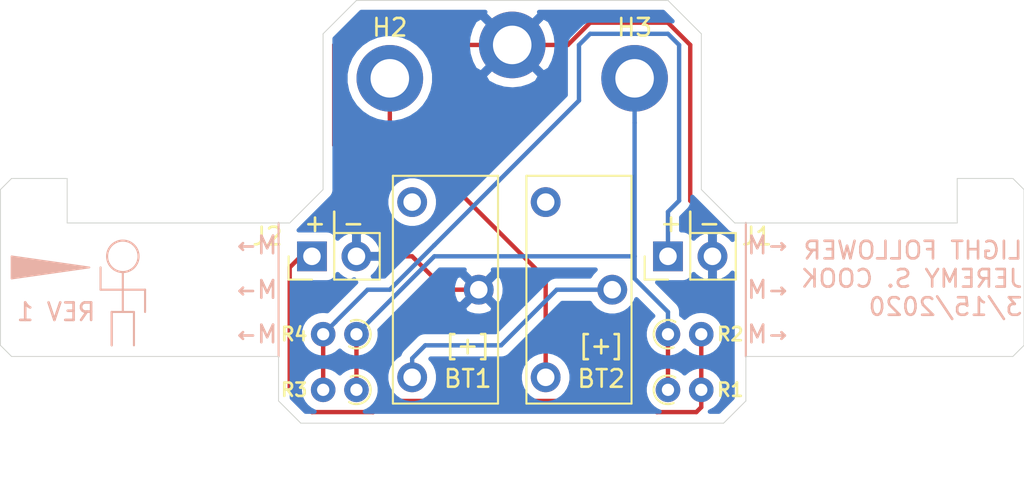
<source format=kicad_pcb>
(kicad_pcb (version 20171130) (host pcbnew "(5.1.2)-1")

  (general
    (thickness 1.6)
    (drawings 48)
    (tracks 62)
    (zones 0)
    (modules 11)
    (nets 7)
  )

  (page A4)
  (layers
    (0 F.Cu signal)
    (31 B.Cu signal)
    (32 B.Adhes user hide)
    (33 F.Adhes user hide)
    (34 B.Paste user hide)
    (35 F.Paste user hide)
    (36 B.SilkS user)
    (37 F.SilkS user)
    (38 B.Mask user)
    (39 F.Mask user)
    (40 Dwgs.User user)
    (41 Cmts.User user)
    (42 Eco1.User user)
    (43 Eco2.User user)
    (44 Edge.Cuts user)
    (45 Margin user)
    (46 B.CrtYd user)
    (47 F.CrtYd user)
    (48 B.Fab user hide)
    (49 F.Fab user hide)
  )

  (setup
    (last_trace_width 0.25)
    (trace_clearance 0.2)
    (zone_clearance 0.508)
    (zone_45_only no)
    (trace_min 0.2)
    (via_size 0.8)
    (via_drill 0.4)
    (via_min_size 0.4)
    (via_min_drill 0.3)
    (uvia_size 0.3)
    (uvia_drill 0.1)
    (uvias_allowed no)
    (uvia_min_size 0.2)
    (uvia_min_drill 0.1)
    (edge_width 0.05)
    (segment_width 0.2)
    (pcb_text_width 0.3)
    (pcb_text_size 1.5 1.5)
    (mod_edge_width 0.12)
    (mod_text_size 1 1)
    (mod_text_width 0.15)
    (pad_size 1.7 1.7)
    (pad_drill 1)
    (pad_to_mask_clearance 0.051)
    (solder_mask_min_width 0.25)
    (aux_axis_origin 0 0)
    (visible_elements 7FFFFF7F)
    (pcbplotparams
      (layerselection 0x010fc_ffffffff)
      (usegerberextensions false)
      (usegerberattributes false)
      (usegerberadvancedattributes false)
      (creategerberjobfile false)
      (excludeedgelayer true)
      (linewidth 0.100000)
      (plotframeref false)
      (viasonmask false)
      (mode 1)
      (useauxorigin false)
      (hpglpennumber 1)
      (hpglpenspeed 20)
      (hpglpendiameter 15.000000)
      (psnegative false)
      (psa4output false)
      (plotreference true)
      (plotvalue true)
      (plotinvisibletext false)
      (padsonsilk false)
      (subtractmaskfromsilk false)
      (outputformat 1)
      (mirror false)
      (drillshape 1)
      (scaleselection 1)
      (outputdirectory ""))
  )

  (net 0 "")
  (net 1 GND)
  (net 2 /LDR_RIGHT)
  (net 3 /LDR_LEFT)
  (net 4 /+3V)
  (net 5 /+6V)
  (net 6 "Net-(H3-Pad1)")

  (net_class Default "This is the default net class."
    (clearance 0.2)
    (trace_width 0.25)
    (via_dia 0.8)
    (via_drill 0.4)
    (uvia_dia 0.3)
    (uvia_drill 0.1)
    (add_net /+3V)
    (add_net /+6V)
    (add_net /LDR_LEFT)
    (add_net /LDR_RIGHT)
    (add_net GND)
    (add_net "Net-(H3-Pad1)")
  )

  (module library:keytone1074-middle-ground (layer F.Cu) (tedit 5E6E9E2C) (tstamp 5E5B2EE5)
    (at 97.79 93.98 90)
    (path /5E49F999)
    (fp_text reference BT1 (at -5.08 1.27 180) (layer F.SilkS)
      (effects (font (size 1 1) (thickness 0.15)))
    )
    (fp_text value Battery_Cell (at 0 -0.5 90) (layer F.Fab)
      (effects (font (size 1 1) (thickness 0.15)))
    )
    (fp_line (start 11.5 -3) (end 11.5 3) (layer F.Fab) (width 0.12))
    (fp_line (start -6.4 -3) (end 11.5 -3) (layer F.Fab) (width 0.12))
    (fp_line (start -11.5 3) (end 11.5 3) (layer F.Fab) (width 0.12))
    (fp_line (start -11.5 -3) (end -11.5 3) (layer F.Fab) (width 0.12))
    (fp_line (start -6.4 -3) (end -11.5 -3) (layer F.Fab) (width 0.12))
    (fp_line (start -6.5 3) (end -6.5 -3) (layer F.SilkS) (width 0.12))
    (fp_line (start 6.5 3) (end -6.5 3) (layer F.SilkS) (width 0.12))
    (fp_line (start 6.5 -3) (end 6.5 3) (layer F.SilkS) (width 0.12))
    (fp_line (start -6.5 -3) (end 6.5 -3) (layer F.SilkS) (width 0.12))
    (fp_text user [+] (at -3.175 1.27 180) (layer F.SilkS)
      (effects (font (size 1 1) (thickness 0.15)))
    )
    (pad 2 thru_hole circle (at 0 1.9 90) (size 1.7 1.7) (drill 1) (layers *.Cu *.Mask)
      (net 1 GND))
    (pad 3 thru_hole circle (at 5 -1.9 90) (size 1.7 1.7) (drill 1) (layers *.Cu *.Mask))
    (pad 1 thru_hole circle (at -5 -1.9 90) (size 1.7 1.7) (drill 1) (layers *.Cu *.Mask)
      (net 4 /+3V))
  )

  (module MountingHole:MountingHole_2.2mm_M2_DIN965_Pad (layer F.Cu) (tedit 56D1B4CB) (tstamp 5E6EEA22)
    (at 108.585 81.915)
    (descr "Mounting Hole 2.2mm, M2, DIN965")
    (tags "mounting hole 2.2mm m2 din965")
    (path /5E6F5C97)
    (attr virtual)
    (fp_text reference H3 (at 0 -2.9) (layer F.SilkS)
      (effects (font (size 1 1) (thickness 0.15)))
    )
    (fp_text value MountingHole_Pad (at 0 2.9) (layer F.Fab)
      (effects (font (size 1 1) (thickness 0.15)))
    )
    (fp_circle (center 0 0) (end 2.15 0) (layer F.CrtYd) (width 0.05))
    (fp_circle (center 0 0) (end 1.9 0) (layer Cmts.User) (width 0.15))
    (fp_text user %R (at 0.3 0) (layer F.Fab)
      (effects (font (size 1 1) (thickness 0.15)))
    )
    (pad 1 thru_hole circle (at 0 0) (size 3.8 3.8) (drill 2.2) (layers *.Cu *.Mask)
      (net 6 "Net-(H3-Pad1)"))
  )

  (module MountingHole:MountingHole_2.2mm_M2_DIN965_Pad (layer F.Cu) (tedit 56D1B4CB) (tstamp 5E6EEA1A)
    (at 94.615 81.915)
    (descr "Mounting Hole 2.2mm, M2, DIN965")
    (tags "mounting hole 2.2mm m2 din965")
    (path /5E6F51EE)
    (attr virtual)
    (fp_text reference H2 (at 0 -2.9) (layer F.SilkS)
      (effects (font (size 1 1) (thickness 0.15)))
    )
    (fp_text value MountingHole_Pad (at 0 2.9) (layer F.Fab)
      (effects (font (size 1 1) (thickness 0.15)))
    )
    (fp_circle (center 0 0) (end 2.15 0) (layer F.CrtYd) (width 0.05))
    (fp_circle (center 0 0) (end 1.9 0) (layer Cmts.User) (width 0.15))
    (fp_text user %R (at 0.3 0) (layer F.Fab)
      (effects (font (size 1 1) (thickness 0.15)))
    )
    (pad 1 thru_hole circle (at 0 0) (size 3.8 3.8) (drill 2.2) (layers *.Cu *.Mask)
      (net 5 /+6V))
  )

  (module library:keytone1074-middle-ground (layer F.Cu) (tedit 5E6E9E6D) (tstamp 5E5CFFD4)
    (at 105.41 93.98 90)
    (path /5E4CABA2)
    (fp_text reference BT2 (at -5.08 1.27 180) (layer F.SilkS)
      (effects (font (size 1 1) (thickness 0.15)))
    )
    (fp_text value Battery_Cell (at 0 -0.5 90) (layer F.Fab)
      (effects (font (size 1 1) (thickness 0.15)))
    )
    (fp_line (start 11.5 -3) (end 11.5 3) (layer F.Fab) (width 0.12))
    (fp_line (start -6.4 -3) (end 11.5 -3) (layer F.Fab) (width 0.12))
    (fp_line (start -11.5 3) (end 11.5 3) (layer F.Fab) (width 0.12))
    (fp_line (start -11.5 -3) (end -11.5 3) (layer F.Fab) (width 0.12))
    (fp_line (start -6.4 -3) (end -11.5 -3) (layer F.Fab) (width 0.12))
    (fp_line (start -6.5 3) (end -6.5 -3) (layer F.SilkS) (width 0.12))
    (fp_line (start 6.5 3) (end -6.5 3) (layer F.SilkS) (width 0.12))
    (fp_line (start 6.5 -3) (end 6.5 3) (layer F.SilkS) (width 0.12))
    (fp_line (start -6.5 -3) (end 6.5 -3) (layer F.SilkS) (width 0.12))
    (fp_text user [+] (at -3.175 1.27 180) (layer F.SilkS)
      (effects (font (size 1 1) (thickness 0.15)))
    )
    (pad 2 thru_hole circle (at 0 1.9 90) (size 1.7 1.7) (drill 1) (layers *.Cu *.Mask)
      (net 4 /+3V))
    (pad 3 thru_hole circle (at 5 -1.9 90) (size 1.7 1.7) (drill 1) (layers *.Cu *.Mask))
    (pad 1 thru_hole circle (at -5 -1.9 90) (size 1.7 1.7) (drill 1) (layers *.Cu *.Mask)
      (net 5 /+6V))
  )

  (module Connector_PinHeader_2.54mm:PinHeader_1x02_P2.54mm_Vertical (layer F.Cu) (tedit 59FED5CC) (tstamp 5E5CFD31)
    (at 90.17 92.075 90)
    (descr "Through hole straight pin header, 1x02, 2.54mm pitch, single row")
    (tags "Through hole pin header THT 1x02 2.54mm single row")
    (path /5E5AC90B)
    (fp_text reference J2 (at 1.143 -2.54) (layer F.SilkS)
      (effects (font (size 1 1) (thickness 0.15)))
    )
    (fp_text value Mot_Right (at 0 4.87 90) (layer F.Fab)
      (effects (font (size 1 1) (thickness 0.15)))
    )
    (fp_text user %R (at 0 1.27) (layer F.Fab)
      (effects (font (size 1 1) (thickness 0.15)))
    )
    (fp_line (start 1.8 -1.8) (end -1.8 -1.8) (layer F.CrtYd) (width 0.05))
    (fp_line (start 1.8 4.35) (end 1.8 -1.8) (layer F.CrtYd) (width 0.05))
    (fp_line (start -1.8 4.35) (end 1.8 4.35) (layer F.CrtYd) (width 0.05))
    (fp_line (start -1.8 -1.8) (end -1.8 4.35) (layer F.CrtYd) (width 0.05))
    (fp_line (start -1.33 -1.33) (end 0 -1.33) (layer F.SilkS) (width 0.12))
    (fp_line (start -1.33 0) (end -1.33 -1.33) (layer F.SilkS) (width 0.12))
    (fp_line (start -1.33 1.27) (end 1.33 1.27) (layer F.SilkS) (width 0.12))
    (fp_line (start 1.33 1.27) (end 1.33 3.87) (layer F.SilkS) (width 0.12))
    (fp_line (start -1.33 1.27) (end -1.33 3.87) (layer F.SilkS) (width 0.12))
    (fp_line (start -1.33 3.87) (end 1.33 3.87) (layer F.SilkS) (width 0.12))
    (fp_line (start -1.27 -0.635) (end -0.635 -1.27) (layer F.Fab) (width 0.1))
    (fp_line (start -1.27 3.81) (end -1.27 -0.635) (layer F.Fab) (width 0.1))
    (fp_line (start 1.27 3.81) (end -1.27 3.81) (layer F.Fab) (width 0.1))
    (fp_line (start 1.27 -1.27) (end 1.27 3.81) (layer F.Fab) (width 0.1))
    (fp_line (start -0.635 -1.27) (end 1.27 -1.27) (layer F.Fab) (width 0.1))
    (fp_text user +|- (at 1.905 1.27 180) (layer F.SilkS)
      (effects (font (size 1 1) (thickness 0.15)))
    )
    (pad 2 thru_hole oval (at 0 2.54 90) (size 1.7 1.7) (drill 1) (layers *.Cu *.Mask)
      (net 1 GND))
    (pad 1 thru_hole rect (at 0 0 90) (size 1.7 1.7) (drill 1) (layers *.Cu *.Mask)
      (net 3 /LDR_LEFT))
    (model ${KISYS3DMOD}/Connector_PinHeader_2.54mm.3dshapes/PinHeader_1x02_P2.54mm_Vertical.wrl
      (at (xyz 0 0 0))
      (scale (xyz 1 1 1))
      (rotate (xyz 0 0 0))
    )
  )

  (module Connector_PinHeader_2.54mm:PinHeader_1x02_P2.54mm_Vertical (layer F.Cu) (tedit 59FED5CC) (tstamp 5E5ACBCB)
    (at 110.49 92.075 90)
    (descr "Through hole straight pin header, 1x02, 2.54mm pitch, single row")
    (tags "Through hole pin header THT 1x02 2.54mm single row")
    (path /5E5AD08C)
    (fp_text reference J1 (at 1.143 5.08 180) (layer F.SilkS)
      (effects (font (size 1 1) (thickness 0.15)))
    )
    (fp_text value Mot_Left (at -0.889 -2.286 90) (layer F.Fab)
      (effects (font (size 1 1) (thickness 0.15)))
    )
    (fp_text user %R (at 0 1.27) (layer F.Fab)
      (effects (font (size 1 1) (thickness 0.15)))
    )
    (fp_line (start 1.8 -1.8) (end -1.8 -1.8) (layer F.CrtYd) (width 0.05))
    (fp_line (start 1.8 4.35) (end 1.8 -1.8) (layer F.CrtYd) (width 0.05))
    (fp_line (start -1.8 4.35) (end 1.8 4.35) (layer F.CrtYd) (width 0.05))
    (fp_line (start -1.8 -1.8) (end -1.8 4.35) (layer F.CrtYd) (width 0.05))
    (fp_line (start -1.33 -1.33) (end 0 -1.33) (layer F.SilkS) (width 0.12))
    (fp_line (start -1.33 0) (end -1.33 -1.33) (layer F.SilkS) (width 0.12))
    (fp_line (start -1.33 1.27) (end 1.33 1.27) (layer F.SilkS) (width 0.12))
    (fp_line (start 1.33 1.27) (end 1.33 3.87) (layer F.SilkS) (width 0.12))
    (fp_line (start -1.33 1.27) (end -1.33 3.87) (layer F.SilkS) (width 0.12))
    (fp_line (start -1.33 3.87) (end 1.33 3.87) (layer F.SilkS) (width 0.12))
    (fp_line (start -1.27 -0.635) (end -0.635 -1.27) (layer F.Fab) (width 0.1))
    (fp_line (start -1.27 3.81) (end -1.27 -0.635) (layer F.Fab) (width 0.1))
    (fp_line (start 1.27 3.81) (end -1.27 3.81) (layer F.Fab) (width 0.1))
    (fp_line (start 1.27 -1.27) (end 1.27 3.81) (layer F.Fab) (width 0.1))
    (fp_line (start -0.635 -1.27) (end 1.27 -1.27) (layer F.Fab) (width 0.1))
    (fp_text user +|- (at 1.905 1.27 180) (layer F.SilkS)
      (effects (font (size 1 1) (thickness 0.15)))
    )
    (pad 2 thru_hole oval (at 0 2.54 90) (size 1.7 1.7) (drill 1) (layers *.Cu *.Mask)
      (net 1 GND))
    (pad 1 thru_hole rect (at 0 0 90) (size 1.7 1.7) (drill 1) (layers *.Cu *.Mask)
      (net 2 /LDR_RIGHT))
    (model ${KISYS3DMOD}/Connector_PinHeader_2.54mm.3dshapes/PinHeader_1x02_P2.54mm_Vertical.wrl
      (at (xyz 0 0 0))
      (scale (xyz 1 1 1))
      (rotate (xyz 0 0 0))
    )
  )

  (module Resistor_THT:R_Axial_DIN0204_L3.6mm_D1.6mm_P1.90mm_Vertical (layer F.Cu) (tedit 5AE5139B) (tstamp 5E4A0F9F)
    (at 92.71 99.695 180)
    (descr "Resistor, Axial_DIN0204 series, Axial, Vertical, pin pitch=1.9mm, 0.167W, length*diameter=3.6*1.6mm^2, http://cdn-reichelt.de/documents/datenblatt/B400/1_4W%23YAG.pdf")
    (tags "Resistor Axial_DIN0204 series Axial Vertical pin pitch 1.9mm 0.167W length 3.6mm diameter 1.6mm")
    (path /5E49E602)
    (fp_text reference R3 (at 3.556 0) (layer F.SilkS)
      (effects (font (size 0.762 0.762) (thickness 0.15)))
    )
    (fp_text value LDR_RIGHT (at 6.726 0) (layer F.Fab)
      (effects (font (size 1 1) (thickness 0.15)))
    )
    (fp_text user %R (at 0.95 -1.92) (layer F.Fab)
      (effects (font (size 1 1) (thickness 0.15)))
    )
    (fp_line (start 2.86 -1.05) (end -1.05 -1.05) (layer F.CrtYd) (width 0.05))
    (fp_line (start 2.86 1.05) (end 2.86 -1.05) (layer F.CrtYd) (width 0.05))
    (fp_line (start -1.05 1.05) (end 2.86 1.05) (layer F.CrtYd) (width 0.05))
    (fp_line (start -1.05 -1.05) (end -1.05 1.05) (layer F.CrtYd) (width 0.05))
    (fp_line (start 0 0) (end 1.9 0) (layer F.Fab) (width 0.1))
    (fp_circle (center 0 0) (end 0.8 0) (layer F.Fab) (width 0.1))
    (fp_arc (start 0 0) (end 0.417133 -0.7) (angle -233.92106) (layer F.SilkS) (width 0.12))
    (pad 2 thru_hole oval (at 1.9 0 180) (size 1.4 1.4) (drill 0.7) (layers *.Cu *.Mask)
      (net 2 /LDR_RIGHT))
    (pad 1 thru_hole circle (at 0 0 180) (size 1.4 1.4) (drill 0.7) (layers *.Cu *.Mask)
      (net 6 "Net-(H3-Pad1)"))
    (model ${KISYS3DMOD}/Resistor_THT.3dshapes/R_Axial_DIN0204_L3.6mm_D1.6mm_P1.90mm_Vertical.wrl
      (at (xyz 0 0 0))
      (scale (xyz 1 1 1))
      (rotate (xyz 0 0 0))
    )
  )

  (module MountingHole:MountingHole_2.2mm_M2_DIN965_Pad (layer F.Cu) (tedit 56D1B4CB) (tstamp 5E4C916B)
    (at 101.6 80.01)
    (descr "Mounting Hole 2.2mm, M2, DIN965")
    (tags "mounting hole 2.2mm m2 din965")
    (path /5E4AE3BD)
    (attr virtual)
    (fp_text reference H1 (at -3.175 -1.27) (layer F.SilkS) hide
      (effects (font (size 1 1) (thickness 0.15)))
    )
    (fp_text value MountingHole_Pad (at 0 2.9) (layer F.Fab)
      (effects (font (size 1 1) (thickness 0.15)))
    )
    (fp_circle (center 0 0) (end 2.15 0) (layer F.CrtYd) (width 0.05))
    (fp_circle (center 0 0) (end 1.9 0) (layer Cmts.User) (width 0.15))
    (fp_text user %R (at 0.3 0) (layer F.Fab)
      (effects (font (size 1 1) (thickness 0.15)))
    )
    (pad 1 thru_hole circle (at 0 0) (size 3.8 3.8) (drill 2.2) (layers *.Cu *.Mask)
      (net 1 GND))
  )

  (module Resistor_THT:R_Axial_DIN0204_L3.6mm_D1.6mm_P1.90mm_Vertical (layer F.Cu) (tedit 5AE5139B) (tstamp 5E5CF775)
    (at 110.49 96.52)
    (descr "Resistor, Axial_DIN0204 series, Axial, Vertical, pin pitch=1.9mm, 0.167W, length*diameter=3.6*1.6mm^2, http://cdn-reichelt.de/documents/datenblatt/B400/1_4W%23YAG.pdf")
    (tags "Resistor Axial_DIN0204 series Axial Vertical pin pitch 1.9mm 0.167W length 3.6mm diameter 1.6mm")
    (path /5E49D8A4)
    (fp_text reference R2 (at 3.556 0) (layer F.SilkS)
      (effects (font (size 0.762 0.762) (thickness 0.15)))
    )
    (fp_text value LDR_LEFT (at 0.95 1.92) (layer F.Fab)
      (effects (font (size 1 1) (thickness 0.15)))
    )
    (fp_text user %R (at 0.95 -1.92) (layer F.Fab)
      (effects (font (size 1 1) (thickness 0.15)))
    )
    (fp_line (start 2.86 -1.05) (end -1.05 -1.05) (layer F.CrtYd) (width 0.05))
    (fp_line (start 2.86 1.05) (end 2.86 -1.05) (layer F.CrtYd) (width 0.05))
    (fp_line (start -1.05 1.05) (end 2.86 1.05) (layer F.CrtYd) (width 0.05))
    (fp_line (start -1.05 -1.05) (end -1.05 1.05) (layer F.CrtYd) (width 0.05))
    (fp_line (start 0 0) (end 1.9 0) (layer F.Fab) (width 0.1))
    (fp_circle (center 0 0) (end 0.8 0) (layer F.Fab) (width 0.1))
    (fp_arc (start 0 0) (end 0.417133 -0.7) (angle -233.92106) (layer F.SilkS) (width 0.12))
    (pad 2 thru_hole oval (at 1.9 0) (size 1.4 1.4) (drill 0.7) (layers *.Cu *.Mask)
      (net 3 /LDR_LEFT))
    (pad 1 thru_hole circle (at 0 0) (size 1.4 1.4) (drill 0.7) (layers *.Cu *.Mask)
      (net 6 "Net-(H3-Pad1)"))
    (model ${KISYS3DMOD}/Resistor_THT.3dshapes/R_Axial_DIN0204_L3.6mm_D1.6mm_P1.90mm_Vertical.wrl
      (at (xyz 0 0 0))
      (scale (xyz 1 1 1))
      (rotate (xyz 0 0 0))
    )
  )

  (module Resistor_THT:R_Axial_DIN0204_L3.6mm_D1.6mm_P1.90mm_Vertical (layer F.Cu) (tedit 5AE5139B) (tstamp 5E4B1C11)
    (at 92.71 96.52 180)
    (descr "Resistor, Axial_DIN0204 series, Axial, Vertical, pin pitch=1.9mm, 0.167W, length*diameter=3.6*1.6mm^2, http://cdn-reichelt.de/documents/datenblatt/B400/1_4W%23YAG.pdf")
    (tags "Resistor Axial_DIN0204 series Axial Vertical pin pitch 1.9mm 0.167W length 3.6mm diameter 1.6mm")
    (path /5E4C923D)
    (fp_text reference R4 (at 3.556 0) (layer F.SilkS)
      (effects (font (size 0.762 0.762) (thickness 0.15)))
    )
    (fp_text value LDR_RIGHT (at 0.95 1.92) (layer F.Fab)
      (effects (font (size 1 1) (thickness 0.15)))
    )
    (fp_text user %R (at 0.95 -1.92) (layer F.Fab)
      (effects (font (size 1 1) (thickness 0.15)))
    )
    (fp_line (start 2.86 -1.05) (end -1.05 -1.05) (layer F.CrtYd) (width 0.05))
    (fp_line (start 2.86 1.05) (end 2.86 -1.05) (layer F.CrtYd) (width 0.05))
    (fp_line (start -1.05 1.05) (end 2.86 1.05) (layer F.CrtYd) (width 0.05))
    (fp_line (start -1.05 -1.05) (end -1.05 1.05) (layer F.CrtYd) (width 0.05))
    (fp_line (start 0 0) (end 1.9 0) (layer F.Fab) (width 0.1))
    (fp_circle (center 0 0) (end 0.8 0) (layer F.Fab) (width 0.1))
    (fp_arc (start 0 0) (end 0.417133 -0.7) (angle -233.92106) (layer F.SilkS) (width 0.12))
    (pad 2 thru_hole oval (at 1.9 0 180) (size 1.4 1.4) (drill 0.7) (layers *.Cu *.Mask)
      (net 2 /LDR_RIGHT))
    (pad 1 thru_hole circle (at 0 0 180) (size 1.4 1.4) (drill 0.7) (layers *.Cu *.Mask)
      (net 6 "Net-(H3-Pad1)"))
    (model ${KISYS3DMOD}/Resistor_THT.3dshapes/R_Axial_DIN0204_L3.6mm_D1.6mm_P1.90mm_Vertical.wrl
      (at (xyz 0 0 0))
      (scale (xyz 1 1 1))
      (rotate (xyz 0 0 0))
    )
  )

  (module Resistor_THT:R_Axial_DIN0204_L3.6mm_D1.6mm_P1.90mm_Vertical (layer F.Cu) (tedit 5AE5139B) (tstamp 5E4B1C03)
    (at 110.49 99.695)
    (descr "Resistor, Axial_DIN0204 series, Axial, Vertical, pin pitch=1.9mm, 0.167W, length*diameter=3.6*1.6mm^2, http://cdn-reichelt.de/documents/datenblatt/B400/1_4W%23YAG.pdf")
    (tags "Resistor Axial_DIN0204 series Axial Vertical pin pitch 1.9mm 0.167W length 3.6mm diameter 1.6mm")
    (path /5E4CA475)
    (fp_text reference R1 (at 3.556 0) (layer F.SilkS)
      (effects (font (size 0.762 0.762) (thickness 0.15)))
    )
    (fp_text value LDR_LEFT (at -4.45 0.254) (layer F.Fab)
      (effects (font (size 1 1) (thickness 0.15)))
    )
    (fp_text user %R (at 0.95 -1.92) (layer F.Fab)
      (effects (font (size 1 1) (thickness 0.15)))
    )
    (fp_line (start 2.86 -1.05) (end -1.05 -1.05) (layer F.CrtYd) (width 0.05))
    (fp_line (start 2.86 1.05) (end 2.86 -1.05) (layer F.CrtYd) (width 0.05))
    (fp_line (start -1.05 1.05) (end 2.86 1.05) (layer F.CrtYd) (width 0.05))
    (fp_line (start -1.05 -1.05) (end -1.05 1.05) (layer F.CrtYd) (width 0.05))
    (fp_line (start 0 0) (end 1.9 0) (layer F.Fab) (width 0.1))
    (fp_circle (center 0 0) (end 0.8 0) (layer F.Fab) (width 0.1))
    (fp_arc (start 0 0) (end 0.417133 -0.7) (angle -233.92106) (layer F.SilkS) (width 0.12))
    (pad 2 thru_hole oval (at 1.9 0) (size 1.4 1.4) (drill 0.7) (layers *.Cu *.Mask)
      (net 3 /LDR_LEFT))
    (pad 1 thru_hole circle (at 0 0) (size 1.4 1.4) (drill 0.7) (layers *.Cu *.Mask)
      (net 6 "Net-(H3-Pad1)"))
    (model ${KISYS3DMOD}/Resistor_THT.3dshapes/R_Axial_DIN0204_L3.6mm_D1.6mm_P1.90mm_Vertical.wrl
      (at (xyz 0 0 0))
      (scale (xyz 1 1 1))
      (rotate (xyz 0 0 0))
    )
  )

  (gr_text ←M (at 116.205 93.98) (layer B.SilkS) (tstamp 5E6EEE10)
    (effects (font (size 1 1) (thickness 0.15)) (justify mirror))
  )
  (gr_text ←M (at 116.205 91.44) (layer B.SilkS) (tstamp 5E6EEE10)
    (effects (font (size 1 1) (thickness 0.15)) (justify mirror))
  )
  (gr_text M→ (at 86.995 93.98) (layer B.SilkS) (tstamp 5E6EEE0C)
    (effects (font (size 1 1) (thickness 0.15)) (justify mirror))
  )
  (gr_text M→ (at 86.995 91.44) (layer B.SilkS) (tstamp 5E6EEE0C)
    (effects (font (size 1 1) (thickness 0.15)) (justify mirror))
  )
  (gr_text M→ (at 86.995 96.52) (layer B.SilkS)
    (effects (font (size 1 1) (thickness 0.15)) (justify mirror))
  )
  (gr_text ←M (at 116.205 96.52) (layer B.SilkS)
    (effects (font (size 1 1) (thickness 0.15)) (justify mirror))
  )
  (gr_line (start 114.935 97.79) (end 114.935 90.17) (layer B.SilkS) (width 0.12))
  (gr_line (start 88.265 97.79) (end 88.265 90.17) (layer B.SilkS) (width 0.12))
  (gr_line (start 88.9 90.17) (end 90.805 88.265) (layer Edge.Cuts) (width 0.05))
  (gr_line (start 112.395 88.265) (end 114.3 90.17) (layer Edge.Cuts) (width 0.05))
  (gr_line (start 76.2 87.63) (end 73.025 87.63) (layer Edge.Cuts) (width 0.05) (tstamp 5E6E9784))
  (gr_line (start 76.2 87.63) (end 76.2 90.17) (layer Edge.Cuts) (width 0.05))
  (gr_line (start 130.175 97.79) (end 130.81 97.155) (layer Edge.Cuts) (width 0.05) (tstamp 5E6E977E))
  (gr_line (start 127 87.63) (end 130.175 87.63) (layer Edge.Cuts) (width 0.05))
  (gr_line (start 127 90.17) (end 127 87.63) (layer Edge.Cuts) (width 0.05))
  (gr_line (start 113.665 101.6) (end 114.935 100.33) (layer Edge.Cuts) (width 0.05) (tstamp 5E4CF4DC))
  (gr_line (start 89.535 101.6) (end 113.665 101.6) (layer Edge.Cuts) (width 0.05))
  (gr_line (start 88.265 100.33) (end 89.535 101.6) (layer Edge.Cuts) (width 0.05))
  (gr_line (start 88.265 97.79) (end 88.265 100.33) (layer Edge.Cuts) (width 0.05))
  (gr_line (start 130.175 97.79) (end 114.935 97.79) (layer Edge.Cuts) (width 0.05))
  (gr_line (start 114.935 100.33) (end 114.935 97.79) (layer Edge.Cuts) (width 0.05))
  (gr_line (start 73.025 97.79) (end 88.265 97.79) (layer Edge.Cuts) (width 0.05))
  (gr_line (start 130.81 97.155) (end 130.81 88.265) (layer Edge.Cuts) (width 0.05))
  (gr_line (start 130.81 88.265) (end 130.175 87.63) (layer Edge.Cuts) (width 0.05))
  (gr_line (start 72.39 97.155) (end 73.025 97.79) (layer Edge.Cuts) (width 0.05))
  (gr_line (start 72.39 88.265) (end 73.025 87.63) (layer Edge.Cuts) (width 0.05))
  (gr_line (start 72.39 97.155) (end 72.39 88.265) (layer Edge.Cuts) (width 0.05))
  (gr_text "REV 1" (at 75.565 95.25) (layer B.SilkS)
    (effects (font (size 1 1) (thickness 0.15)) (justify mirror))
  )
  (gr_poly (pts (xy 77.47 92.71) (xy 73.025 92.075) (xy 73.025 93.345)) (layer B.SilkS) (width 0.1))
  (gr_line (start 78.105 93.98) (end 78.105 92.71) (layer B.SilkS) (width 0.12))
  (gr_line (start 80.645 93.98) (end 80.645 95.25) (layer B.SilkS) (width 0.12))
  (gr_line (start 79.375 93.98) (end 80.645 93.98) (layer B.SilkS) (width 0.12))
  (gr_line (start 79.375 93.98) (end 78.105 93.98) (layer B.SilkS) (width 0.12))
  (gr_line (start 80.01 95.25) (end 80.01 97.155) (layer B.SilkS) (width 0.12))
  (gr_line (start 79.375 95.25) (end 80.01 95.25) (layer B.SilkS) (width 0.12))
  (gr_line (start 78.74 97.155) (end 78.74 95.25) (layer B.SilkS) (width 0.12) (tstamp 5E4CF006))
  (gr_line (start 78.74 95.25) (end 78.74 97.155) (layer B.SilkS) (width 0.12))
  (gr_line (start 79.375 95.25) (end 78.74 95.25) (layer B.SilkS) (width 0.12))
  (gr_line (start 79.375 92.973025) (end 79.375 95.25) (layer B.SilkS) (width 0.12))
  (gr_circle (center 79.375 92.075) (end 78.74 92.71) (layer B.SilkS) (width 0.12))
  (gr_line (start 127 90.17) (end 114.3 90.17) (layer Edge.Cuts) (width 0.05) (tstamp 5E4CEF56))
  (gr_line (start 76.2 90.17) (end 88.9 90.17) (layer Edge.Cuts) (width 0.05) (tstamp 5E4CEF42))
  (gr_text "LIGHT FOLLOWER\nJEREMY S. COOK\n3/15/2020\n" (at 130.81 93.345) (layer B.SilkS)
    (effects (font (size 1 1) (thickness 0.15)) (justify left mirror))
  )
  (gr_line (start 110.49 77.47) (end 92.71 77.47) (layer Edge.Cuts) (width 0.05))
  (gr_line (start 90.805 79.375) (end 90.805 88.265) (layer Edge.Cuts) (width 0.05))
  (gr_line (start 92.71 77.47) (end 90.805 79.375) (layer Edge.Cuts) (width 0.05))
  (gr_line (start 112.395 79.375) (end 110.49 77.47) (layer Edge.Cuts) (width 0.05))
  (gr_line (start 112.395 88.265) (end 112.395 79.375) (layer Edge.Cuts) (width 0.05))

  (segment (start 92.71 92.075) (end 95.885 92.075) (width 0.25) (layer F.Cu) (net 1))
  (segment (start 95.885 92.075) (end 97.79 93.98) (width 0.25) (layer F.Cu) (net 1))
  (segment (start 97.79 93.98) (end 99.69 93.98) (width 0.25) (layer F.Cu) (net 1))
  (segment (start 92.71 86.995) (end 91.44 85.725) (width 0.25) (layer F.Cu) (net 1))
  (segment (start 92.71 92.075) (end 92.71 86.995) (width 0.25) (layer F.Cu) (net 1))
  (segment (start 91.44 85.725) (end 91.44 80.01) (width 0.25) (layer F.Cu) (net 1))
  (segment (start 99.06 80.01) (end 101.6 80.01) (width 0.25) (layer F.Cu) (net 1))
  (segment (start 91.44 80.01) (end 92.075 79.375) (width 0.25) (layer F.Cu) (net 1))
  (segment (start 92.075 79.375) (end 98.425 79.375) (width 0.25) (layer F.Cu) (net 1))
  (segment (start 98.425 79.375) (end 99.06 80.01) (width 0.25) (layer F.Cu) (net 1))
  (segment (start 101.6 80.01) (end 104.775 80.01) (width 0.25) (layer F.Cu) (net 1))
  (segment (start 106.045 78.74) (end 110.49 78.74) (width 0.25) (layer F.Cu) (net 1))
  (segment (start 104.775 80.01) (end 106.045 78.74) (width 0.25) (layer F.Cu) (net 1))
  (segment (start 110.49 78.74) (end 111.76 80.01) (width 0.25) (layer F.Cu) (net 1))
  (segment (start 113.03 90.17) (end 113.03 92.075) (width 0.25) (layer F.Cu) (net 1))
  (segment (start 111.76 80.01) (end 111.76 88.9) (width 0.25) (layer F.Cu) (net 1))
  (segment (start 111.76 88.9) (end 113.03 90.17) (width 0.25) (layer F.Cu) (net 1))
  (segment (start 90.805 96.515) (end 90.81 96.52) (width 0.25) (layer F.Cu) (net 2))
  (segment (start 90.81 96.52) (end 90.81 99.695) (width 0.25) (layer F.Cu) (net 2))
  (segment (start 110.49 89.535) (end 110.49 92.075) (width 0.25) (layer B.Cu) (net 2))
  (segment (start 111.125 88.9) (end 110.49 89.535) (width 0.25) (layer B.Cu) (net 2))
  (segment (start 111.125 80.01) (end 111.125 88.9) (width 0.25) (layer B.Cu) (net 2))
  (segment (start 110.49 79.375) (end 111.125 80.01) (width 0.25) (layer B.Cu) (net 2))
  (segment (start 106.045 79.375) (end 110.49 79.375) (width 0.25) (layer B.Cu) (net 2))
  (segment (start 105.41 80.01) (end 106.045 79.375) (width 0.25) (layer B.Cu) (net 2))
  (segment (start 105.41 83.185) (end 105.41 80.01) (width 0.25) (layer B.Cu) (net 2))
  (segment (start 97.155 91.44) (end 105.41 83.185) (width 0.25) (layer B.Cu) (net 2))
  (segment (start 91.509999 95.820001) (end 91.509999 95.815001) (width 0.25) (layer B.Cu) (net 2))
  (segment (start 90.81 96.52) (end 91.509999 95.820001) (width 0.25) (layer B.Cu) (net 2))
  (segment (start 91.509999 95.815001) (end 93.345 93.98) (width 0.25) (layer B.Cu) (net 2))
  (segment (start 93.345 93.98) (end 94.61359 93.98) (width 0.25) (layer B.Cu) (net 2))
  (segment (start 94.61359 93.98) (end 97.15359 91.44) (width 0.25) (layer B.Cu) (net 2))
  (segment (start 97.15359 91.44) (end 97.155 91.44) (width 0.25) (layer B.Cu) (net 2))
  (segment (start 112.39 96.52) (end 112.39 99.695) (width 0.25) (layer F.Cu) (net 3))
  (segment (start 88.9 92.71) (end 90.17 91.44) (width 0.25) (layer F.Cu) (net 3))
  (segment (start 90.17 100.965) (end 88.9 99.695) (width 0.25) (layer F.Cu) (net 3))
  (segment (start 88.9 99.695) (end 88.9 92.71) (width 0.25) (layer F.Cu) (net 3))
  (segment (start 93.6625 100.965) (end 90.17 100.965) (width 0.25) (layer F.Cu) (net 3))
  (segment (start 112.39 100.684949) (end 112.109949 100.965) (width 0.25) (layer F.Cu) (net 3))
  (segment (start 109.855 100.965) (end 109.22 100.33) (width 0.25) (layer F.Cu) (net 3))
  (segment (start 109.22 100.33) (end 94.2975 100.33) (width 0.25) (layer F.Cu) (net 3))
  (segment (start 112.39 99.695) (end 112.39 100.684949) (width 0.25) (layer F.Cu) (net 3))
  (segment (start 112.109949 100.965) (end 109.855 100.965) (width 0.25) (layer F.Cu) (net 3))
  (segment (start 94.2975 100.33) (end 93.6625 100.965) (width 0.25) (layer F.Cu) (net 3))
  (segment (start 95.89 97.90237) (end 96.63737 97.155) (width 0.25) (layer B.Cu) (net 4))
  (segment (start 95.89 98.98) (end 95.89 97.90237) (width 0.25) (layer B.Cu) (net 4))
  (segment (start 96.63737 97.155) (end 100.965 97.155) (width 0.25) (layer B.Cu) (net 4))
  (segment (start 100.965 97.155) (end 104.14 93.98) (width 0.25) (layer B.Cu) (net 4))
  (segment (start 104.14 93.98) (end 107.31 93.98) (width 0.25) (layer B.Cu) (net 4))
  (segment (start 103.51 93.35) (end 103.51 98.98) (width 0.25) (layer F.Cu) (net 5))
  (segment (start 94.615 84.455) (end 103.51 93.35) (width 0.25) (layer F.Cu) (net 5))
  (segment (start 94.615 84.455) (end 94.615 81.915) (width 0.25) (layer F.Cu) (net 5))
  (segment (start 92.705 96.515) (end 92.71 96.52) (width 0.25) (layer F.Cu) (net 6))
  (segment (start 92.71 96.52) (end 92.71 99.695) (width 0.25) (layer F.Cu) (net 6))
  (segment (start 110.49 96.52) (end 110.49 99.695) (width 0.25) (layer F.Cu) (net 6))
  (segment (start 108.585 93.345) (end 110.49 95.25) (width 0.25) (layer B.Cu) (net 6))
  (segment (start 110.49 95.25) (end 110.49 96.52) (width 0.25) (layer B.Cu) (net 6))
  (segment (start 108.585 92.075) (end 97.155 92.075) (width 0.25) (layer B.Cu) (net 6))
  (segment (start 108.585 92.075) (end 108.585 93.345) (width 0.25) (layer B.Cu) (net 6))
  (segment (start 108.585 84.455) (end 108.585 92.075) (width 0.25) (layer B.Cu) (net 6))
  (segment (start 97.155 92.075) (end 92.71 96.52) (width 0.25) (layer B.Cu) (net 6))
  (segment (start 108.585 84.455) (end 108.585 81.915) (width 0.25) (layer B.Cu) (net 6))

  (zone (net 1) (net_name GND) (layer B.Cu) (tstamp 5E5CFC60) (hatch edge 0.508)
    (connect_pads (clearance 0.508))
    (min_thickness 0.254)
    (fill yes (arc_segments 32) (thermal_gap 0.508) (thermal_bridge_width 0.508) (smoothing fillet) (radius 0.635))
    (polygon
      (pts
        (xy 114.3 101.6) (xy 88.9 101.6) (xy 88.9 77.47) (xy 114.3 77.47)
      )
    )
    (filled_polygon
      (pts
        (xy 111.891689 88.692076) (xy 111.926052 88.733948) (xy 111.951236 88.754616) (xy 113.810388 90.613769) (xy 113.831052 90.638948)
        (xy 113.856231 90.659612) (xy 113.856233 90.659614) (xy 113.894475 90.690998) (xy 113.93155 90.721425) (xy 114.046207 90.78271)
        (xy 114.170617 90.82045) (xy 114.173 90.820685) (xy 114.173 91.135758) (xy 114.030269 90.977412) (xy 113.79692 90.803359)
        (xy 113.534099 90.678175) (xy 113.38689 90.633524) (xy 113.157 90.754845) (xy 113.157 91.948) (xy 113.177 91.948)
        (xy 113.177 92.202) (xy 113.157 92.202) (xy 113.157 93.395155) (xy 113.38689 93.516476) (xy 113.534099 93.471825)
        (xy 113.79692 93.346641) (xy 114.030269 93.172588) (xy 114.173 93.014242) (xy 114.173 100.158619) (xy 113.39162 100.94)
        (xy 112.884718 100.94) (xy 112.903354 100.934347) (xy 113.135275 100.810382) (xy 113.338555 100.643555) (xy 113.505382 100.440275)
        (xy 113.629347 100.208354) (xy 113.705683 99.956706) (xy 113.731459 99.695) (xy 113.705683 99.433294) (xy 113.629347 99.181646)
        (xy 113.505382 98.949725) (xy 113.338555 98.746445) (xy 113.135275 98.579618) (xy 112.903354 98.455653) (xy 112.651706 98.379317)
        (xy 112.455579 98.36) (xy 112.324421 98.36) (xy 112.128294 98.379317) (xy 111.876646 98.455653) (xy 111.644725 98.579618)
        (xy 111.441445 98.746445) (xy 111.436025 98.75305) (xy 111.341013 98.658038) (xy 111.122359 98.511939) (xy 110.879405 98.411304)
        (xy 110.621486 98.36) (xy 110.358514 98.36) (xy 110.100595 98.411304) (xy 109.857641 98.511939) (xy 109.638987 98.658038)
        (xy 109.453038 98.843987) (xy 109.306939 99.062641) (xy 109.206304 99.305595) (xy 109.155 99.563514) (xy 109.155 99.826486)
        (xy 109.206304 100.084405) (xy 109.306939 100.327359) (xy 109.453038 100.546013) (xy 109.638987 100.731962) (xy 109.857641 100.878061)
        (xy 110.007175 100.94) (xy 93.192825 100.94) (xy 93.342359 100.878061) (xy 93.561013 100.731962) (xy 93.746962 100.546013)
        (xy 93.893061 100.327359) (xy 93.993696 100.084405) (xy 94.045 99.826486) (xy 94.045 99.563514) (xy 93.993696 99.305595)
        (xy 93.893061 99.062641) (xy 93.746962 98.843987) (xy 93.561013 98.658038) (xy 93.342359 98.511939) (xy 93.099405 98.411304)
        (xy 92.841486 98.36) (xy 92.578514 98.36) (xy 92.320595 98.411304) (xy 92.077641 98.511939) (xy 91.858987 98.658038)
        (xy 91.763975 98.75305) (xy 91.758555 98.746445) (xy 91.555275 98.579618) (xy 91.323354 98.455653) (xy 91.071706 98.379317)
        (xy 90.875579 98.36) (xy 90.744421 98.36) (xy 90.548294 98.379317) (xy 90.296646 98.455653) (xy 90.064725 98.579618)
        (xy 89.861445 98.746445) (xy 89.694618 98.949725) (xy 89.570653 99.181646) (xy 89.494317 99.433294) (xy 89.468541 99.695)
        (xy 89.494317 99.956706) (xy 89.570653 100.208354) (xy 89.694618 100.440275) (xy 89.861445 100.643555) (xy 90.064725 100.810382)
        (xy 90.296646 100.934347) (xy 90.315282 100.94) (xy 89.808381 100.94) (xy 89.027 100.15862) (xy 89.027 93.488407)
        (xy 89.07582 93.514502) (xy 89.195518 93.550812) (xy 89.32 93.563072) (xy 91.02 93.563072) (xy 91.144482 93.550812)
        (xy 91.26418 93.514502) (xy 91.374494 93.455537) (xy 91.471185 93.376185) (xy 91.550537 93.279494) (xy 91.609502 93.16918)
        (xy 91.633966 93.088534) (xy 91.709731 93.172588) (xy 91.94308 93.346641) (xy 92.205901 93.471825) (xy 92.35311 93.516476)
        (xy 92.582998 93.395156) (xy 92.582998 93.56) (xy 92.690198 93.56) (xy 91.048197 95.202002) (xy 90.875579 95.185)
        (xy 90.744421 95.185) (xy 90.548294 95.204317) (xy 90.296646 95.280653) (xy 90.064725 95.404618) (xy 89.861445 95.571445)
        (xy 89.694618 95.774725) (xy 89.570653 96.006646) (xy 89.494317 96.258294) (xy 89.468541 96.52) (xy 89.494317 96.781706)
        (xy 89.570653 97.033354) (xy 89.694618 97.265275) (xy 89.861445 97.468555) (xy 90.064725 97.635382) (xy 90.296646 97.759347)
        (xy 90.548294 97.835683) (xy 90.744421 97.855) (xy 90.875579 97.855) (xy 91.071706 97.835683) (xy 91.323354 97.759347)
        (xy 91.555275 97.635382) (xy 91.758555 97.468555) (xy 91.763975 97.46195) (xy 91.858987 97.556962) (xy 92.077641 97.703061)
        (xy 92.320595 97.803696) (xy 92.578514 97.855) (xy 92.841486 97.855) (xy 93.099405 97.803696) (xy 93.342359 97.703061)
        (xy 93.561013 97.556962) (xy 93.746962 97.371013) (xy 93.893061 97.152359) (xy 93.993696 96.909405) (xy 94.045 96.651486)
        (xy 94.045 96.388514) (xy 94.023645 96.281156) (xy 95.296404 95.008397) (xy 98.841208 95.008397) (xy 98.918843 95.257472)
        (xy 99.182883 95.383371) (xy 99.466411 95.455339) (xy 99.758531 95.470611) (xy 100.048019 95.428599) (xy 100.323747 95.330919)
        (xy 100.461157 95.257472) (xy 100.538792 95.008397) (xy 99.69 94.159605) (xy 98.841208 95.008397) (xy 95.296404 95.008397)
        (xy 96.25627 94.048531) (xy 98.199389 94.048531) (xy 98.241401 94.338019) (xy 98.339081 94.613747) (xy 98.412528 94.751157)
        (xy 98.661603 94.828792) (xy 99.510395 93.98) (xy 99.869605 93.98) (xy 100.718397 94.828792) (xy 100.967472 94.751157)
        (xy 101.093371 94.487117) (xy 101.165339 94.203589) (xy 101.180611 93.911469) (xy 101.138599 93.621981) (xy 101.040919 93.346253)
        (xy 100.967472 93.208843) (xy 100.718397 93.131208) (xy 99.869605 93.98) (xy 99.510395 93.98) (xy 98.661603 93.131208)
        (xy 98.412528 93.208843) (xy 98.286629 93.472883) (xy 98.214661 93.756411) (xy 98.199389 94.048531) (xy 96.25627 94.048531)
        (xy 97.469802 92.835) (xy 98.877552 92.835) (xy 98.841208 92.951603) (xy 99.69 93.800395) (xy 100.538792 92.951603)
        (xy 100.502448 92.835) (xy 106.354893 92.835) (xy 106.156525 93.033368) (xy 106.031822 93.22) (xy 104.177322 93.22)
        (xy 104.139999 93.216324) (xy 104.102676 93.22) (xy 104.102667 93.22) (xy 103.991014 93.230997) (xy 103.847753 93.274454)
        (xy 103.715723 93.345026) (xy 103.632083 93.413668) (xy 103.599999 93.439999) (xy 103.576201 93.468997) (xy 100.650199 96.395)
        (xy 96.674695 96.395) (xy 96.63737 96.391324) (xy 96.600045 96.395) (xy 96.600037 96.395) (xy 96.488384 96.405997)
        (xy 96.345123 96.449454) (xy 96.213094 96.520026) (xy 96.097369 96.614999) (xy 96.073571 96.643998) (xy 95.378998 97.338571)
        (xy 95.35 97.362369) (xy 95.326202 97.391367) (xy 95.326201 97.391368) (xy 95.255026 97.478094) (xy 95.184454 97.610124)
        (xy 95.163411 97.679497) (xy 94.943368 97.826525) (xy 94.736525 98.033368) (xy 94.57401 98.276589) (xy 94.462068 98.546842)
        (xy 94.405 98.83374) (xy 94.405 99.12626) (xy 94.462068 99.413158) (xy 94.57401 99.683411) (xy 94.736525 99.926632)
        (xy 94.943368 100.133475) (xy 95.186589 100.29599) (xy 95.456842 100.407932) (xy 95.74374 100.465) (xy 96.03626 100.465)
        (xy 96.323158 100.407932) (xy 96.593411 100.29599) (xy 96.836632 100.133475) (xy 97.043475 99.926632) (xy 97.20599 99.683411)
        (xy 97.317932 99.413158) (xy 97.375 99.12626) (xy 97.375 98.83374) (xy 102.025 98.83374) (xy 102.025 99.12626)
        (xy 102.082068 99.413158) (xy 102.19401 99.683411) (xy 102.356525 99.926632) (xy 102.563368 100.133475) (xy 102.806589 100.29599)
        (xy 103.076842 100.407932) (xy 103.36374 100.465) (xy 103.65626 100.465) (xy 103.943158 100.407932) (xy 104.213411 100.29599)
        (xy 104.456632 100.133475) (xy 104.663475 99.926632) (xy 104.82599 99.683411) (xy 104.937932 99.413158) (xy 104.995 99.12626)
        (xy 104.995 98.83374) (xy 104.937932 98.546842) (xy 104.82599 98.276589) (xy 104.663475 98.033368) (xy 104.456632 97.826525)
        (xy 104.213411 97.66401) (xy 103.943158 97.552068) (xy 103.65626 97.495) (xy 103.36374 97.495) (xy 103.076842 97.552068)
        (xy 102.806589 97.66401) (xy 102.563368 97.826525) (xy 102.356525 98.033368) (xy 102.19401 98.276589) (xy 102.082068 98.546842)
        (xy 102.025 98.83374) (xy 97.375 98.83374) (xy 97.317932 98.546842) (xy 97.20599 98.276589) (xy 97.043475 98.033368)
        (xy 96.938639 97.928532) (xy 96.952172 97.915) (xy 100.927678 97.915) (xy 100.965 97.918676) (xy 101.002322 97.915)
        (xy 101.002333 97.915) (xy 101.113986 97.904003) (xy 101.257247 97.860546) (xy 101.389276 97.789974) (xy 101.505001 97.695001)
        (xy 101.528804 97.665997) (xy 104.454802 94.74) (xy 106.031822 94.74) (xy 106.156525 94.926632) (xy 106.363368 95.133475)
        (xy 106.606589 95.29599) (xy 106.876842 95.407932) (xy 107.16374 95.465) (xy 107.45626 95.465) (xy 107.743158 95.407932)
        (xy 108.013411 95.29599) (xy 108.256632 95.133475) (xy 108.463475 94.926632) (xy 108.62599 94.683411) (xy 108.691194 94.525995)
        (xy 109.644531 95.479333) (xy 109.638987 95.483038) (xy 109.453038 95.668987) (xy 109.306939 95.887641) (xy 109.206304 96.130595)
        (xy 109.155 96.388514) (xy 109.155 96.651486) (xy 109.206304 96.909405) (xy 109.306939 97.152359) (xy 109.453038 97.371013)
        (xy 109.638987 97.556962) (xy 109.857641 97.703061) (xy 110.100595 97.803696) (xy 110.358514 97.855) (xy 110.621486 97.855)
        (xy 110.879405 97.803696) (xy 111.122359 97.703061) (xy 111.341013 97.556962) (xy 111.436025 97.46195) (xy 111.441445 97.468555)
        (xy 111.644725 97.635382) (xy 111.876646 97.759347) (xy 112.128294 97.835683) (xy 112.324421 97.855) (xy 112.455579 97.855)
        (xy 112.651706 97.835683) (xy 112.903354 97.759347) (xy 113.135275 97.635382) (xy 113.338555 97.468555) (xy 113.505382 97.265275)
        (xy 113.629347 97.033354) (xy 113.705683 96.781706) (xy 113.731459 96.52) (xy 113.705683 96.258294) (xy 113.629347 96.006646)
        (xy 113.505382 95.774725) (xy 113.338555 95.571445) (xy 113.135275 95.404618) (xy 112.903354 95.280653) (xy 112.651706 95.204317)
        (xy 112.455579 95.185) (xy 112.324421 95.185) (xy 112.128294 95.204317) (xy 111.876646 95.280653) (xy 111.644725 95.404618)
        (xy 111.441445 95.571445) (xy 111.436025 95.57805) (xy 111.341013 95.483038) (xy 111.25 95.422225) (xy 111.25 95.287323)
        (xy 111.253676 95.25) (xy 111.25 95.212677) (xy 111.25 95.212667) (xy 111.239003 95.101014) (xy 111.195546 94.957753)
        (xy 111.124974 94.825724) (xy 111.030001 94.709999) (xy 111.001004 94.686202) (xy 109.877873 93.563072) (xy 111.34 93.563072)
        (xy 111.464482 93.550812) (xy 111.58418 93.514502) (xy 111.694494 93.455537) (xy 111.791185 93.376185) (xy 111.870537 93.279494)
        (xy 111.929502 93.16918) (xy 111.953966 93.088534) (xy 112.029731 93.172588) (xy 112.26308 93.346641) (xy 112.525901 93.471825)
        (xy 112.67311 93.516476) (xy 112.903 93.395155) (xy 112.903 92.202) (xy 112.883 92.202) (xy 112.883 91.948)
        (xy 112.903 91.948) (xy 112.903 90.754845) (xy 112.67311 90.633524) (xy 112.525901 90.678175) (xy 112.26308 90.803359)
        (xy 112.029731 90.977412) (xy 111.953966 91.061466) (xy 111.929502 90.98082) (xy 111.870537 90.870506) (xy 111.791185 90.773815)
        (xy 111.694494 90.694463) (xy 111.58418 90.635498) (xy 111.464482 90.599188) (xy 111.34 90.586928) (xy 111.25 90.586928)
        (xy 111.25 89.849801) (xy 111.636002 89.4638) (xy 111.665001 89.440001) (xy 111.759974 89.324276) (xy 111.830546 89.192247)
        (xy 111.874003 89.048986) (xy 111.885 88.937333) (xy 111.888677 88.9) (xy 111.885 88.862667) (xy 111.885 88.683926)
      )
    )
    (filled_polygon
      (pts
        (xy 100.003256 78.233651) (xy 101.6 79.830395) (xy 103.196744 78.233651) (xy 103.137404 78.13) (xy 110.21662 78.13)
        (xy 110.744677 78.658057) (xy 110.638986 78.625997) (xy 110.527333 78.615) (xy 110.527322 78.615) (xy 110.49 78.611324)
        (xy 110.452678 78.615) (xy 106.082333 78.615) (xy 106.045 78.611323) (xy 106.007667 78.615) (xy 105.896014 78.625997)
        (xy 105.752753 78.669454) (xy 105.620724 78.740026) (xy 105.504999 78.834999) (xy 105.4812 78.863998) (xy 104.898998 79.446201)
        (xy 104.87 79.469999) (xy 104.846202 79.498997) (xy 104.846201 79.498998) (xy 104.775026 79.585724) (xy 104.704454 79.717754)
        (xy 104.69666 79.74345) (xy 104.660998 79.861014) (xy 104.652634 79.945937) (xy 104.646324 80.01) (xy 104.650001 80.047332)
        (xy 104.65 82.870198) (xy 96.65046 90.869739) (xy 96.642586 90.876201) (xy 96.642582 90.876205) (xy 96.613589 90.899999)
        (xy 96.589795 90.928992) (xy 94.298789 93.22) (xy 93.646705 93.22) (xy 93.710269 93.172588) (xy 93.905178 92.956355)
        (xy 94.054157 92.706252) (xy 94.151481 92.431891) (xy 94.030814 92.202) (xy 92.837 92.202) (xy 92.837 92.222)
        (xy 92.583 92.222) (xy 92.583 92.202) (xy 92.563 92.202) (xy 92.563 91.948) (xy 92.583 91.948)
        (xy 92.583 90.754845) (xy 92.837 90.754845) (xy 92.837 91.948) (xy 94.030814 91.948) (xy 94.151481 91.718109)
        (xy 94.054157 91.443748) (xy 93.905178 91.193645) (xy 93.710269 90.977412) (xy 93.47692 90.803359) (xy 93.214099 90.678175)
        (xy 93.06689 90.633524) (xy 92.837 90.754845) (xy 92.583 90.754845) (xy 92.35311 90.633524) (xy 92.205901 90.678175)
        (xy 91.94308 90.803359) (xy 91.709731 90.977412) (xy 91.633966 91.061466) (xy 91.609502 90.98082) (xy 91.550537 90.870506)
        (xy 91.471185 90.773815) (xy 91.374494 90.694463) (xy 91.26418 90.635498) (xy 91.144482 90.599188) (xy 91.02 90.586928)
        (xy 89.416452 90.586928) (xy 91.16964 88.83374) (xy 94.405 88.83374) (xy 94.405 89.12626) (xy 94.462068 89.413158)
        (xy 94.57401 89.683411) (xy 94.736525 89.926632) (xy 94.943368 90.133475) (xy 95.186589 90.29599) (xy 95.456842 90.407932)
        (xy 95.74374 90.465) (xy 96.03626 90.465) (xy 96.323158 90.407932) (xy 96.593411 90.29599) (xy 96.836632 90.133475)
        (xy 97.043475 89.926632) (xy 97.20599 89.683411) (xy 97.317932 89.413158) (xy 97.375 89.12626) (xy 97.375 88.83374)
        (xy 97.317932 88.546842) (xy 97.20599 88.276589) (xy 97.043475 88.033368) (xy 96.836632 87.826525) (xy 96.593411 87.66401)
        (xy 96.323158 87.552068) (xy 96.03626 87.495) (xy 95.74374 87.495) (xy 95.456842 87.552068) (xy 95.186589 87.66401)
        (xy 94.943368 87.826525) (xy 94.736525 88.033368) (xy 94.57401 88.276589) (xy 94.462068 88.546842) (xy 94.405 88.83374)
        (xy 91.16964 88.83374) (xy 91.248769 88.754612) (xy 91.273948 88.733948) (xy 91.294615 88.708766) (xy 91.356425 88.63345)
        (xy 91.41771 88.518793) (xy 91.430775 88.475724) (xy 91.45545 88.394383) (xy 91.465 88.297419) (xy 91.465 88.297409)
        (xy 91.468192 88.265) (xy 91.465 88.232591) (xy 91.465 81.665324) (xy 92.08 81.665324) (xy 92.08 82.164676)
        (xy 92.177418 82.654432) (xy 92.368512 83.115773) (xy 92.645937 83.530968) (xy 92.999032 83.884063) (xy 93.414227 84.161488)
        (xy 93.875568 84.352582) (xy 94.365324 84.45) (xy 94.864676 84.45) (xy 95.354432 84.352582) (xy 95.815773 84.161488)
        (xy 96.230968 83.884063) (xy 96.584063 83.530968) (xy 96.861488 83.115773) (xy 97.052582 82.654432) (xy 97.15 82.164676)
        (xy 97.15 81.786349) (xy 100.003256 81.786349) (xy 100.207362 82.142867) (xy 100.650223 82.373575) (xy 101.129583 82.513452)
        (xy 101.627021 82.557123) (xy 102.123422 82.502909) (xy 102.599707 82.352894) (xy 102.992638 82.142867) (xy 103.196744 81.786349)
        (xy 101.6 80.189605) (xy 100.003256 81.786349) (xy 97.15 81.786349) (xy 97.15 81.665324) (xy 97.052582 81.175568)
        (xy 96.861488 80.714227) (xy 96.584063 80.299032) (xy 96.322052 80.037021) (xy 99.052877 80.037021) (xy 99.107091 80.533422)
        (xy 99.257106 81.009707) (xy 99.467133 81.402638) (xy 99.823651 81.606744) (xy 101.420395 80.01) (xy 101.779605 80.01)
        (xy 103.376349 81.606744) (xy 103.732867 81.402638) (xy 103.963575 80.959777) (xy 104.103452 80.480417) (xy 104.147123 79.982979)
        (xy 104.092909 79.486578) (xy 103.942894 79.010293) (xy 103.732867 78.617362) (xy 103.376349 78.413256) (xy 101.779605 80.01)
        (xy 101.420395 80.01) (xy 99.823651 78.413256) (xy 99.467133 78.617362) (xy 99.236425 79.060223) (xy 99.096548 79.539583)
        (xy 99.052877 80.037021) (xy 96.322052 80.037021) (xy 96.230968 79.945937) (xy 95.815773 79.668512) (xy 95.354432 79.477418)
        (xy 94.864676 79.38) (xy 94.365324 79.38) (xy 93.875568 79.477418) (xy 93.414227 79.668512) (xy 92.999032 79.945937)
        (xy 92.645937 80.299032) (xy 92.368512 80.714227) (xy 92.177418 81.175568) (xy 92.08 81.665324) (xy 91.465 81.665324)
        (xy 91.465 79.64838) (xy 92.983381 78.13) (xy 100.062596 78.13)
      )
    )
  )
)

</source>
